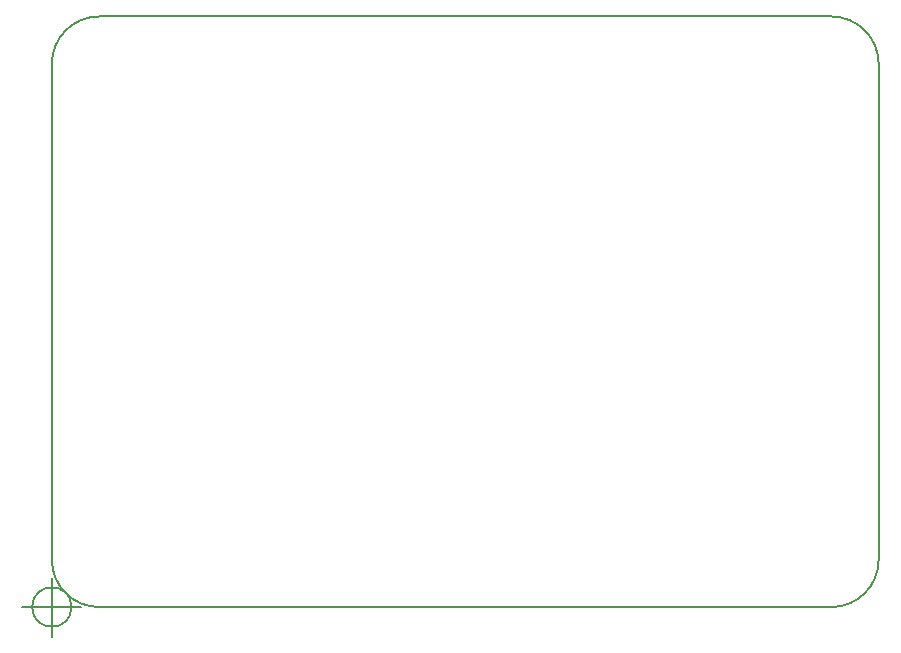
<source format=gbr>
G04 #@! TF.GenerationSoftware,KiCad,Pcbnew,no-vcs-found-2a301d5~58~ubuntu16.04.1*
G04 #@! TF.CreationDate,2017-07-11T21:04:36-03:00*
G04 #@! TF.ProjectId,mateboard,6D617465626F6172642E6B696361645F,rev?*
G04 #@! TF.SameCoordinates,Original
G04 #@! TF.FileFunction,Profile,NP*
%FSLAX46Y46*%
G04 Gerber Fmt 4.6, Leading zero omitted, Abs format (unit mm)*
G04 Created by KiCad (PCBNEW no-vcs-found-2a301d5~58~ubuntu16.04.1) date Tue Jul 11 21:04:36 2017*
%MOMM*%
%LPD*%
G01*
G04 APERTURE LIST*
%ADD10C,0.150000*%
G04 APERTURE END LIST*
D10*
X91666666Y-158000000D02*
G75*
G03X91666666Y-158000000I-1666666J0D01*
G01*
X87500000Y-158000000D02*
X92500000Y-158000000D01*
X90000000Y-155500000D02*
X90000000Y-160500000D01*
X94000000Y-108000000D02*
G75*
G03X90000000Y-112000000I0J-4000000D01*
G01*
X160000000Y-112000000D02*
G75*
G03X156000000Y-108000000I-4000000J0D01*
G01*
X156000000Y-158000000D02*
G75*
G03X160000000Y-154000000I0J4000000D01*
G01*
X90000000Y-154000000D02*
G75*
G03X94000000Y-158000000I4000000J0D01*
G01*
X94000000Y-158000000D02*
X156000000Y-158000000D01*
X90000000Y-112000000D02*
X90000000Y-154000000D01*
X156000000Y-108000000D02*
X94000000Y-108000000D01*
X160000000Y-154000000D02*
X160000000Y-112000000D01*
M02*

</source>
